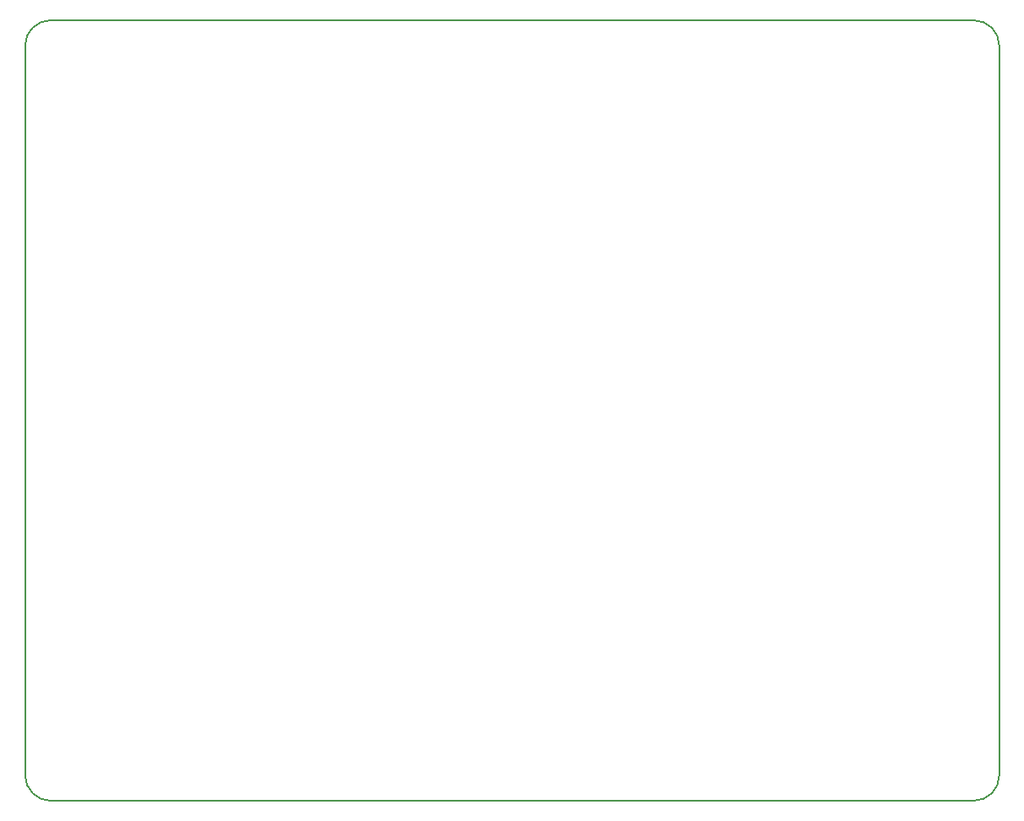
<source format=gm1>
G04 #@! TF.FileFunction,Profile,NP*
%FSLAX46Y46*%
G04 Gerber Fmt 4.6, Leading zero omitted, Abs format (unit mm)*
G04 Created by KiCad (PCBNEW 4.0.7) date 04/10/18 15:15:30*
%MOMM*%
%LPD*%
G01*
G04 APERTURE LIST*
%ADD10C,0.100000*%
%ADD11C,0.150000*%
G04 APERTURE END LIST*
D10*
D11*
X152908000Y-128778000D02*
X60452000Y-128778000D01*
X57912000Y-53086000D02*
X57912000Y-126238000D01*
X152908000Y-50546000D02*
X60452000Y-50546000D01*
X155448000Y-126238000D02*
X155448000Y-53086000D01*
X152908000Y-128778000D02*
G75*
G03X155448000Y-126238000I0J2540000D01*
G01*
X155448000Y-53086000D02*
G75*
G03X152908000Y-50546000I-2540000J0D01*
G01*
X60452000Y-50546000D02*
G75*
G03X57912000Y-53086000I0J-2540000D01*
G01*
X57912000Y-126238000D02*
G75*
G03X60452000Y-128778000I2540000J0D01*
G01*
M02*

</source>
